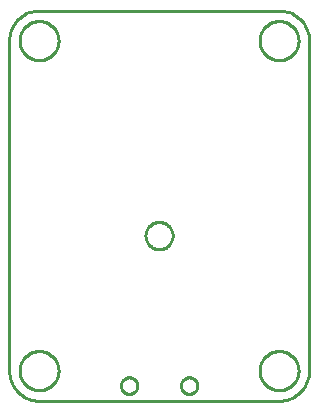
<source format=gbr>
G04 EAGLE Gerber RS-274X export*
G75*
%MOMM*%
%FSLAX34Y34*%
%LPD*%
%IN*%
%IPPOS*%
%AMOC8*
5,1,8,0,0,1.08239X$1,22.5*%
G01*
%ADD10C,0.254000*%


D10*
X0Y25400D02*
X97Y23186D01*
X386Y20989D01*
X865Y18826D01*
X1532Y16713D01*
X2380Y14666D01*
X3403Y12700D01*
X4594Y10831D01*
X5942Y9073D01*
X7440Y7440D01*
X9073Y5942D01*
X10831Y4594D01*
X12700Y3403D01*
X14666Y2380D01*
X16713Y1532D01*
X18826Y865D01*
X20989Y386D01*
X23186Y97D01*
X25400Y0D01*
X228600Y0D01*
X230814Y97D01*
X233011Y386D01*
X235174Y865D01*
X237287Y1532D01*
X239335Y2380D01*
X241300Y3403D01*
X243169Y4594D01*
X244927Y5942D01*
X246561Y7440D01*
X248058Y9073D01*
X249406Y10831D01*
X250597Y12700D01*
X251620Y14666D01*
X252468Y16713D01*
X253135Y18826D01*
X253614Y20989D01*
X253903Y23186D01*
X254000Y25400D01*
X254000Y304800D01*
X253903Y307014D01*
X253614Y309211D01*
X253135Y311374D01*
X252468Y313487D01*
X251620Y315535D01*
X250597Y317500D01*
X249406Y319369D01*
X248058Y321127D01*
X246561Y322761D01*
X244927Y324258D01*
X243169Y325606D01*
X241300Y326797D01*
X239335Y327820D01*
X237287Y328668D01*
X235174Y329335D01*
X233011Y329814D01*
X230814Y330103D01*
X228600Y330200D01*
X25400Y330200D01*
X23186Y330103D01*
X20989Y329814D01*
X18826Y329335D01*
X16713Y328668D01*
X14666Y327820D01*
X12700Y326797D01*
X10831Y325606D01*
X9073Y324258D01*
X7440Y322761D01*
X5942Y321127D01*
X4594Y319369D01*
X3403Y317500D01*
X2380Y315535D01*
X1532Y313487D01*
X865Y311374D01*
X386Y309211D01*
X97Y307014D01*
X0Y304800D01*
X0Y25400D01*
X245110Y24860D02*
X245039Y23781D01*
X244898Y22709D01*
X244687Y21649D01*
X244408Y20605D01*
X244060Y19581D01*
X243646Y18583D01*
X243168Y17613D01*
X242628Y16677D01*
X242027Y15778D01*
X241369Y14921D01*
X240657Y14108D01*
X239892Y13344D01*
X239079Y12631D01*
X238222Y11973D01*
X237323Y11372D01*
X236387Y10832D01*
X235417Y10354D01*
X234419Y9940D01*
X233395Y9592D01*
X232351Y9313D01*
X231291Y9102D01*
X230219Y8961D01*
X229140Y8890D01*
X228060Y8890D01*
X226981Y8961D01*
X225909Y9102D01*
X224849Y9313D01*
X223805Y9592D01*
X222781Y9940D01*
X221783Y10354D01*
X220813Y10832D01*
X219877Y11372D01*
X218978Y11973D01*
X218121Y12631D01*
X217308Y13344D01*
X216544Y14108D01*
X215831Y14921D01*
X215173Y15778D01*
X214572Y16677D01*
X214032Y17613D01*
X213554Y18583D01*
X213140Y19581D01*
X212792Y20605D01*
X212513Y21649D01*
X212302Y22709D01*
X212161Y23781D01*
X212090Y24860D01*
X212090Y25940D01*
X212161Y27019D01*
X212302Y28091D01*
X212513Y29151D01*
X212792Y30195D01*
X213140Y31219D01*
X213554Y32217D01*
X214032Y33187D01*
X214572Y34123D01*
X215173Y35022D01*
X215831Y35879D01*
X216544Y36692D01*
X217308Y37457D01*
X218121Y38169D01*
X218978Y38827D01*
X219877Y39428D01*
X220813Y39968D01*
X221783Y40446D01*
X222781Y40860D01*
X223805Y41208D01*
X224849Y41487D01*
X225909Y41698D01*
X226981Y41839D01*
X228060Y41910D01*
X229140Y41910D01*
X230219Y41839D01*
X231291Y41698D01*
X232351Y41487D01*
X233395Y41208D01*
X234419Y40860D01*
X235417Y40446D01*
X236387Y39968D01*
X237323Y39428D01*
X238222Y38827D01*
X239079Y38169D01*
X239892Y37457D01*
X240657Y36692D01*
X241369Y35879D01*
X242027Y35022D01*
X242628Y34123D01*
X243168Y33187D01*
X243646Y32217D01*
X244060Y31219D01*
X244408Y30195D01*
X244687Y29151D01*
X244898Y28091D01*
X245039Y27019D01*
X245110Y25940D01*
X245110Y24860D01*
X41910Y24860D02*
X41839Y23781D01*
X41698Y22709D01*
X41487Y21649D01*
X41208Y20605D01*
X40860Y19581D01*
X40446Y18583D01*
X39968Y17613D01*
X39428Y16677D01*
X38827Y15778D01*
X38169Y14921D01*
X37457Y14108D01*
X36692Y13344D01*
X35879Y12631D01*
X35022Y11973D01*
X34123Y11372D01*
X33187Y10832D01*
X32217Y10354D01*
X31219Y9940D01*
X30195Y9592D01*
X29151Y9313D01*
X28091Y9102D01*
X27019Y8961D01*
X25940Y8890D01*
X24860Y8890D01*
X23781Y8961D01*
X22709Y9102D01*
X21649Y9313D01*
X20605Y9592D01*
X19581Y9940D01*
X18583Y10354D01*
X17613Y10832D01*
X16677Y11372D01*
X15778Y11973D01*
X14921Y12631D01*
X14108Y13344D01*
X13344Y14108D01*
X12631Y14921D01*
X11973Y15778D01*
X11372Y16677D01*
X10832Y17613D01*
X10354Y18583D01*
X9940Y19581D01*
X9592Y20605D01*
X9313Y21649D01*
X9102Y22709D01*
X8961Y23781D01*
X8890Y24860D01*
X8890Y25940D01*
X8961Y27019D01*
X9102Y28091D01*
X9313Y29151D01*
X9592Y30195D01*
X9940Y31219D01*
X10354Y32217D01*
X10832Y33187D01*
X11372Y34123D01*
X11973Y35022D01*
X12631Y35879D01*
X13344Y36692D01*
X14108Y37457D01*
X14921Y38169D01*
X15778Y38827D01*
X16677Y39428D01*
X17613Y39968D01*
X18583Y40446D01*
X19581Y40860D01*
X20605Y41208D01*
X21649Y41487D01*
X22709Y41698D01*
X23781Y41839D01*
X24860Y41910D01*
X25940Y41910D01*
X27019Y41839D01*
X28091Y41698D01*
X29151Y41487D01*
X30195Y41208D01*
X31219Y40860D01*
X32217Y40446D01*
X33187Y39968D01*
X34123Y39428D01*
X35022Y38827D01*
X35879Y38169D01*
X36692Y37457D01*
X37457Y36692D01*
X38169Y35879D01*
X38827Y35022D01*
X39428Y34123D01*
X39968Y33187D01*
X40446Y32217D01*
X40860Y31219D01*
X41208Y30195D01*
X41487Y29151D01*
X41698Y28091D01*
X41839Y27019D01*
X41910Y25940D01*
X41910Y24860D01*
X245110Y304260D02*
X245039Y303181D01*
X244898Y302109D01*
X244687Y301049D01*
X244408Y300005D01*
X244060Y298981D01*
X243646Y297983D01*
X243168Y297013D01*
X242628Y296077D01*
X242027Y295178D01*
X241369Y294321D01*
X240657Y293508D01*
X239892Y292744D01*
X239079Y292031D01*
X238222Y291373D01*
X237323Y290772D01*
X236387Y290232D01*
X235417Y289754D01*
X234419Y289340D01*
X233395Y288992D01*
X232351Y288713D01*
X231291Y288502D01*
X230219Y288361D01*
X229140Y288290D01*
X228060Y288290D01*
X226981Y288361D01*
X225909Y288502D01*
X224849Y288713D01*
X223805Y288992D01*
X222781Y289340D01*
X221783Y289754D01*
X220813Y290232D01*
X219877Y290772D01*
X218978Y291373D01*
X218121Y292031D01*
X217308Y292744D01*
X216544Y293508D01*
X215831Y294321D01*
X215173Y295178D01*
X214572Y296077D01*
X214032Y297013D01*
X213554Y297983D01*
X213140Y298981D01*
X212792Y300005D01*
X212513Y301049D01*
X212302Y302109D01*
X212161Y303181D01*
X212090Y304260D01*
X212090Y305340D01*
X212161Y306419D01*
X212302Y307491D01*
X212513Y308551D01*
X212792Y309595D01*
X213140Y310619D01*
X213554Y311617D01*
X214032Y312587D01*
X214572Y313523D01*
X215173Y314422D01*
X215831Y315279D01*
X216544Y316092D01*
X217308Y316857D01*
X218121Y317569D01*
X218978Y318227D01*
X219877Y318828D01*
X220813Y319368D01*
X221783Y319846D01*
X222781Y320260D01*
X223805Y320608D01*
X224849Y320887D01*
X225909Y321098D01*
X226981Y321239D01*
X228060Y321310D01*
X229140Y321310D01*
X230219Y321239D01*
X231291Y321098D01*
X232351Y320887D01*
X233395Y320608D01*
X234419Y320260D01*
X235417Y319846D01*
X236387Y319368D01*
X237323Y318828D01*
X238222Y318227D01*
X239079Y317569D01*
X239892Y316857D01*
X240657Y316092D01*
X241369Y315279D01*
X242027Y314422D01*
X242628Y313523D01*
X243168Y312587D01*
X243646Y311617D01*
X244060Y310619D01*
X244408Y309595D01*
X244687Y308551D01*
X244898Y307491D01*
X245039Y306419D01*
X245110Y305340D01*
X245110Y304260D01*
X41910Y304260D02*
X41839Y303181D01*
X41698Y302109D01*
X41487Y301049D01*
X41208Y300005D01*
X40860Y298981D01*
X40446Y297983D01*
X39968Y297013D01*
X39428Y296077D01*
X38827Y295178D01*
X38169Y294321D01*
X37457Y293508D01*
X36692Y292744D01*
X35879Y292031D01*
X35022Y291373D01*
X34123Y290772D01*
X33187Y290232D01*
X32217Y289754D01*
X31219Y289340D01*
X30195Y288992D01*
X29151Y288713D01*
X28091Y288502D01*
X27019Y288361D01*
X25940Y288290D01*
X24860Y288290D01*
X23781Y288361D01*
X22709Y288502D01*
X21649Y288713D01*
X20605Y288992D01*
X19581Y289340D01*
X18583Y289754D01*
X17613Y290232D01*
X16677Y290772D01*
X15778Y291373D01*
X14921Y292031D01*
X14108Y292744D01*
X13344Y293508D01*
X12631Y294321D01*
X11973Y295178D01*
X11372Y296077D01*
X10832Y297013D01*
X10354Y297983D01*
X9940Y298981D01*
X9592Y300005D01*
X9313Y301049D01*
X9102Y302109D01*
X8961Y303181D01*
X8890Y304260D01*
X8890Y305340D01*
X8961Y306419D01*
X9102Y307491D01*
X9313Y308551D01*
X9592Y309595D01*
X9940Y310619D01*
X10354Y311617D01*
X10832Y312587D01*
X11372Y313523D01*
X11973Y314422D01*
X12631Y315279D01*
X13344Y316092D01*
X14108Y316857D01*
X14921Y317569D01*
X15778Y318227D01*
X16677Y318828D01*
X17613Y319368D01*
X18583Y319846D01*
X19581Y320260D01*
X20605Y320608D01*
X21649Y320887D01*
X22709Y321098D01*
X23781Y321239D01*
X24860Y321310D01*
X25940Y321310D01*
X27019Y321239D01*
X28091Y321098D01*
X29151Y320887D01*
X30195Y320608D01*
X31219Y320260D01*
X32217Y319846D01*
X33187Y319368D01*
X34123Y318828D01*
X35022Y318227D01*
X35879Y317569D01*
X36692Y316857D01*
X37457Y316092D01*
X38169Y315279D01*
X38827Y314422D01*
X39428Y313523D01*
X39968Y312587D01*
X40446Y311617D01*
X40860Y310619D01*
X41208Y309595D01*
X41487Y308551D01*
X41698Y307491D01*
X41839Y306419D01*
X41910Y305340D01*
X41910Y304260D01*
X108600Y12356D02*
X108533Y11672D01*
X108398Y10997D01*
X108199Y10339D01*
X107936Y9704D01*
X107611Y9097D01*
X107229Y8525D01*
X106793Y7993D01*
X106307Y7507D01*
X105775Y7071D01*
X105203Y6689D01*
X104597Y6364D01*
X103961Y6101D01*
X103303Y5902D01*
X102628Y5767D01*
X101944Y5700D01*
X101256Y5700D01*
X100572Y5767D01*
X99897Y5902D01*
X99239Y6101D01*
X98604Y6364D01*
X97997Y6689D01*
X97425Y7071D01*
X96893Y7507D01*
X96407Y7993D01*
X95971Y8525D01*
X95589Y9097D01*
X95264Y9704D01*
X95001Y10339D01*
X94802Y10997D01*
X94667Y11672D01*
X94600Y12356D01*
X94600Y13044D01*
X94667Y13728D01*
X94802Y14403D01*
X95001Y15061D01*
X95264Y15697D01*
X95589Y16303D01*
X95971Y16875D01*
X96407Y17407D01*
X96893Y17893D01*
X97425Y18329D01*
X97997Y18711D01*
X98604Y19036D01*
X99239Y19299D01*
X99897Y19498D01*
X100572Y19633D01*
X101256Y19700D01*
X101944Y19700D01*
X102628Y19633D01*
X103303Y19498D01*
X103961Y19299D01*
X104597Y19036D01*
X105203Y18711D01*
X105775Y18329D01*
X106307Y17893D01*
X106793Y17407D01*
X107229Y16875D01*
X107611Y16303D01*
X107936Y15697D01*
X108199Y15061D01*
X108398Y14403D01*
X108533Y13728D01*
X108600Y13044D01*
X108600Y12356D01*
X159400Y12356D02*
X159333Y11672D01*
X159198Y10997D01*
X158999Y10339D01*
X158736Y9704D01*
X158411Y9097D01*
X158029Y8525D01*
X157593Y7993D01*
X157107Y7507D01*
X156575Y7071D01*
X156003Y6689D01*
X155397Y6364D01*
X154761Y6101D01*
X154103Y5902D01*
X153428Y5767D01*
X152744Y5700D01*
X152056Y5700D01*
X151372Y5767D01*
X150697Y5902D01*
X150039Y6101D01*
X149404Y6364D01*
X148797Y6689D01*
X148225Y7071D01*
X147693Y7507D01*
X147207Y7993D01*
X146771Y8525D01*
X146389Y9097D01*
X146064Y9704D01*
X145801Y10339D01*
X145602Y10997D01*
X145467Y11672D01*
X145400Y12356D01*
X145400Y13044D01*
X145467Y13728D01*
X145602Y14403D01*
X145801Y15061D01*
X146064Y15697D01*
X146389Y16303D01*
X146771Y16875D01*
X147207Y17407D01*
X147693Y17893D01*
X148225Y18329D01*
X148797Y18711D01*
X149404Y19036D01*
X150039Y19299D01*
X150697Y19498D01*
X151372Y19633D01*
X152056Y19700D01*
X152744Y19700D01*
X153428Y19633D01*
X154103Y19498D01*
X154761Y19299D01*
X155397Y19036D01*
X156003Y18711D01*
X156575Y18329D01*
X157107Y17893D01*
X157593Y17407D01*
X158029Y16875D01*
X158411Y16303D01*
X158736Y15697D01*
X158999Y15061D01*
X159198Y14403D01*
X159333Y13728D01*
X159400Y13044D01*
X159400Y12356D01*
X115500Y140152D02*
X115571Y141053D01*
X115712Y141945D01*
X115923Y142824D01*
X116202Y143683D01*
X116548Y144518D01*
X116959Y145323D01*
X117431Y146094D01*
X117962Y146825D01*
X118549Y147512D01*
X119188Y148151D01*
X119875Y148738D01*
X120606Y149269D01*
X121377Y149741D01*
X122182Y150152D01*
X123017Y150498D01*
X123876Y150777D01*
X124755Y150988D01*
X125647Y151129D01*
X126548Y151200D01*
X127452Y151200D01*
X128353Y151129D01*
X129245Y150988D01*
X130124Y150777D01*
X130983Y150498D01*
X131818Y150152D01*
X132623Y149741D01*
X133394Y149269D01*
X134125Y148738D01*
X134812Y148151D01*
X135451Y147512D01*
X136038Y146825D01*
X136569Y146094D01*
X137041Y145323D01*
X137452Y144518D01*
X137798Y143683D01*
X138077Y142824D01*
X138288Y141945D01*
X138429Y141053D01*
X138500Y140152D01*
X138500Y139248D01*
X138429Y138347D01*
X138288Y137455D01*
X138077Y136576D01*
X137798Y135717D01*
X137452Y134882D01*
X137041Y134077D01*
X136569Y133306D01*
X136038Y132575D01*
X135451Y131888D01*
X134812Y131249D01*
X134125Y130662D01*
X133394Y130131D01*
X132623Y129659D01*
X131818Y129248D01*
X130983Y128902D01*
X130124Y128623D01*
X129245Y128412D01*
X128353Y128271D01*
X127452Y128200D01*
X126548Y128200D01*
X125647Y128271D01*
X124755Y128412D01*
X123876Y128623D01*
X123017Y128902D01*
X122182Y129248D01*
X121377Y129659D01*
X120606Y130131D01*
X119875Y130662D01*
X119188Y131249D01*
X118549Y131888D01*
X117962Y132575D01*
X117431Y133306D01*
X116959Y134077D01*
X116548Y134882D01*
X116202Y135717D01*
X115923Y136576D01*
X115712Y137455D01*
X115571Y138347D01*
X115500Y139248D01*
X115500Y140152D01*
M02*

</source>
